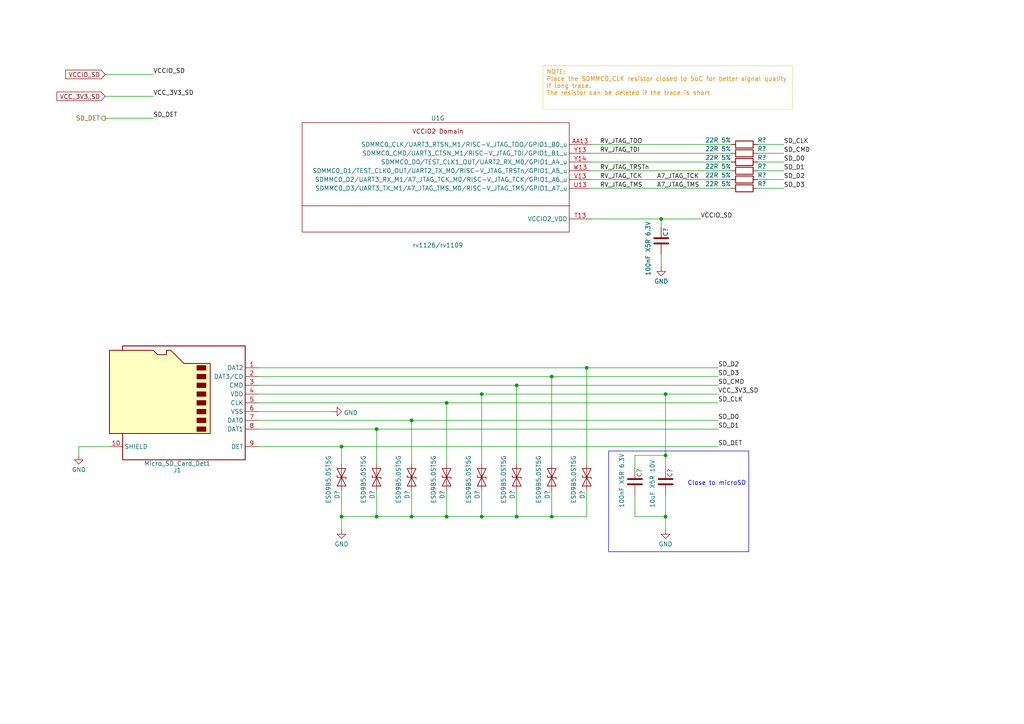
<source format=kicad_sch>
(kicad_sch (version 20230121) (generator eeschema)
  (paper "A4")
  (title_block (title "Leaf RV1126 RK809 SDCard") (date "2023-02-25") (rev "1") (company "Qingdao IotPi Information Technology"))
  (junction (at 160.02 149.86))
  (junction (at 139.7 114.3))
  (junction (at 193.04 132.08))
  (junction (at 99.06 149.86))
  (junction (at 149.86 149.86))
  (junction (at 109.22 124.46))
  (junction (at 139.7 149.86))
  (junction (at 119.38 149.86))
  (junction (at 129.54 149.86))
  (junction (at 193.04 149.86))
  (junction (at 170.18 106.68))
  (junction (at 191.77 63.5))
  (junction (at 109.22 149.86))
  (junction (at 119.38 121.92))
  (junction (at 129.54 116.84))
  (junction (at 160.02 109.22))
  (junction (at 193.04 114.3))
  (junction (at 149.86 111.76))
  (junction (at 99.06 129.54))
  (wire (pts (xy 219.71 49.53) (xy 227.33 49.53)))
  (wire (pts (xy 149.86 142.24) (xy 149.86 149.86)))
  (wire (pts (xy 170.18 106.68) (xy 170.18 134.62)))
  (wire (pts (xy 171.45 46.99) (xy 212.09 46.99)))
  (wire (pts (xy 99.06 149.86) (xy 99.06 153.67)))
  (wire (pts (xy 74.93 124.46) (xy 109.22 124.46)))
  (wire (pts (xy 160.02 109.22) (xy 160.02 134.62)))
  (wire (pts (xy 99.06 142.24) (xy 99.06 149.86)))
  (wire (pts (xy 74.93 116.84) (xy 129.54 116.84)))
  (wire (pts (xy 119.38 149.86) (xy 109.22 149.86)))
  (wire (pts (xy 99.06 129.54) (xy 99.06 134.62)))
  (wire (pts (xy 171.45 49.53) (xy 212.09 49.53)))
  (wire (pts (xy 74.93 119.38) (xy 96.52 119.38)))
  (wire (pts (xy 160.02 142.24) (xy 160.02 149.86)))
  (wire (pts (xy 171.45 52.07) (xy 212.09 52.07)))
  (wire (pts (xy 170.18 106.68) (xy 208.28 106.68)))
  (wire (pts (xy 219.71 44.45) (xy 227.33 44.45)))
  (wire (pts (xy 129.54 116.84) (xy 129.54 134.62)))
  (wire (pts (xy 129.54 116.84) (xy 208.28 116.84)))
  (wire (pts (xy 109.22 142.24) (xy 109.22 149.86)))
  (wire (pts (xy 129.54 142.24) (xy 129.54 149.86)))
  (wire (pts (xy 119.38 142.24) (xy 119.38 149.86)))
  (wire (pts (xy 31.75 129.54) (xy 22.86 129.54)))
  (wire (pts (xy 171.45 63.5) (xy 191.77 63.5)))
  (wire (pts (xy 193.04 149.86) (xy 193.04 153.67)))
  (wire (pts (xy 30.48 27.94) (xy 44.45 27.94)))
  (wire (pts (xy 149.86 149.86) (xy 139.7 149.86)))
  (wire (pts (xy 193.04 114.3) (xy 208.28 114.3)))
  (wire (pts (xy 109.22 149.86) (xy 99.06 149.86)))
  (wire (pts (xy 139.7 142.24) (xy 139.7 149.86)))
  (wire (pts (xy 193.04 114.3) (xy 193.04 132.08)))
  (wire (pts (xy 171.45 44.45) (xy 212.09 44.45)))
  (wire (pts (xy 109.22 124.46) (xy 208.28 124.46)))
  (wire (pts (xy 30.48 34.29) (xy 44.45 34.29)))
  (wire (pts (xy 74.93 106.68) (xy 170.18 106.68)))
  (wire (pts (xy 191.77 63.5) (xy 203.2 63.5)))
  (wire (pts (xy 74.93 111.76) (xy 149.86 111.76)))
  (wire (pts (xy 119.38 121.92) (xy 119.38 134.62)))
  (wire (pts (xy 184.15 132.08) (xy 193.04 132.08)))
  (wire (pts (xy 109.22 124.46) (xy 109.22 134.62)))
  (wire (pts (xy 171.45 54.61) (xy 212.09 54.61)))
  (wire (pts (xy 139.7 114.3) (xy 139.7 134.62)))
  (wire (pts (xy 139.7 114.3) (xy 193.04 114.3)))
  (wire (pts (xy 74.93 114.3) (xy 139.7 114.3)))
  (wire (pts (xy 219.71 46.99) (xy 227.33 46.99)))
  (wire (pts (xy 191.77 63.5) (xy 191.77 66.04)))
  (wire (pts (xy 184.15 143.51) (xy 184.15 149.86)))
  (wire (pts (xy 139.7 149.86) (xy 129.54 149.86)))
  (wire (pts (xy 191.77 73.66) (xy 191.77 77.47)))
  (wire (pts (xy 170.18 149.86) (xy 160.02 149.86)))
  (wire (pts (xy 74.93 109.22) (xy 160.02 109.22)))
  (wire (pts (xy 119.38 121.92) (xy 208.28 121.92)))
  (wire (pts (xy 193.04 132.08) (xy 193.04 135.89)))
  (wire (pts (xy 160.02 109.22) (xy 208.28 109.22)))
  (wire (pts (xy 74.93 121.92) (xy 119.38 121.92)))
  (wire (pts (xy 193.04 143.51) (xy 193.04 149.86)))
  (wire (pts (xy 219.71 52.07) (xy 227.33 52.07)))
  (wire (pts (xy 184.15 149.86) (xy 193.04 149.86)))
  (wire (pts (xy 22.86 129.54) (xy 22.86 132.08)))
  (wire (pts (xy 149.86 111.76) (xy 208.28 111.76)))
  (wire (pts (xy 171.45 41.91) (xy 212.09 41.91)))
  (wire (pts (xy 219.71 41.91) (xy 227.33 41.91)))
  (wire (pts (xy 219.71 54.61) (xy 227.33 54.61)))
  (wire (pts (xy 170.18 142.24) (xy 170.18 149.86)))
  (wire (pts (xy 184.15 135.89) (xy 184.15 132.08)))
  (wire (pts (xy 30.48 21.59) (xy 44.45 21.59)))
  (wire (pts (xy 99.06 129.54) (xy 208.28 129.54)))
  (wire (pts (xy 160.02 149.86) (xy 149.86 149.86)))
  (wire (pts (xy 74.93 129.54) (xy 99.06 129.54)))
  (wire (pts (xy 149.86 111.76) (xy 149.86 134.62)))
  (wire (pts (xy 129.54 149.86) (xy 119.38 149.86)))
  (rectangle (start 176.53 130.81) (end 217.17 160.02))
  (text_box "NOTE:\nPlace the SDMMC0_CLK resistor closed to SoC for better signal quality if long trace.\nThe resistor can be deleted if the trace is short" (at 157.48 19.05 0) (size 72.39 12.7) (stroke (width 0.0508) (color 194 194 0 1)) (effects (font (size 1.27 1.27)) (justify left top)))
  (text "Close to microSD" (at 199.39 140.97 0) (effects (font (size 1.27 1.27)) (justify left bottom)))
  (label "SD_CMD" (at 208.28 111.76 0))
  (label "SD_D2" (at 208.28 106.68 0))
  (label "VCC_3V3_SD" (at 208.28 114.3 0))
  (label "A7_JTAG_TMS" (at 190.5 54.61 0))
  (label "RV_JTAG_TRSTn" (at 173.99 49.53 0))
  (label "SD_D2" (at 227.33 52.07 0))
  (label "SD_D1" (at 227.33 49.53 0))
  (label "VCCIO_SD" (at 44.45 21.59 0))
  (label "SD_CLK" (at 208.28 116.84 0))
  (label "SD_D1" (at 208.28 124.46 0))
  (label "VCC_3V3_SD" (at 44.45 27.94 0))
  (label "SD_D3" (at 208.28 109.22 0))
  (label "RV_JTAG_TCK" (at 173.99 52.07 0))
  (label "RV_JTAG_TDI" (at 173.99 44.45 0))
  (label "SD_DET" (at 208.28 129.54 0))
  (label "RV_JTAG_TMS" (at 173.99 54.61 0))
  (label "SD_CMD" (at 227.33 44.45 0))
  (label "SD_DET" (at 44.45 34.29 0))
  (label "SD_D0" (at 227.33 46.99 0))
  (label "RV_JTAG_TDO" (at 173.99 41.91 0))
  (label "SD_D3" (at 227.33 54.61 0))
  (label "A7_JTAG_TCK" (at 190.5 52.07 0))
  (label "SD_CLK" (at 227.33 41.91 0))
  (label "VCCIO_SD" (at 203.2 63.5 0))
  (label "SD_D0" (at 208.28 121.92 0))
  (global_label "VCCIO_SD" (shape input) (at 30.48 21.59 180) (property "Intersheetrefs" "${INTERSHEET_REFS}" (effects hide)))
  (global_label "VCC_3V3_SD" (shape input) (at 30.48 27.94 180) (property "Intersheetrefs" "${INTERSHEET_REFS}" (effects hide)))
  (hierarchical_label "SD_DET" (shape output) (at 30.48 34.29 180))
  (symbol (lib_id "Device:C") (at 193.04 139.7 0) (unit 1)
    (property "Reference" "C?" (at 194.31 138.43 90) (effects (justify left)))
    (property "Value" "10uF X5R 10V" (at 189.23 147.32 90) (effects (justify left)))
    (property "Footprint" "Capacitor_SMD:C_0402_1005Metric" (effects hide))
    (property "Description" "容值: 10uF 精度: ±20% 额定电压: 10V 材质(温度系数): X5R 材质:X5R" (effects hide))
    (property "LCSC" "C77000" (effects hide))
    (property "Model" "GRM155R61A106ME44D" (effects hide))
    (property "Vendor" "muRata(村田)" (effects hide))
    (instances (project "leaf" (path "" (reference "C?") (unit 1)) (path "" (reference "C?") (unit 1)) (path "" (reference "C?") (unit 1)) (path "" (reference "C?") (unit 1)) (path "" (reference "C10") (unit 1))))
  )
  (symbol (lib_id "Diode:ESD9B5.0ST5G") (at 119.38 138.43 270) (unit 1)
    (property "Reference" "D?" (at 118.11 144.78 0) (effects (justify right)))
    (property "Value" "ESD9B5.0ST5G" (at 115.57 146.05 0) (effects (justify right)))
    (property "Footprint" "Diode_SMD:D_SOD-923" (effects hide))
    (property "Datasheet" "https://www.onsemi.com/pub/Collateral/ESD9B-D.PDF" (effects hide))
    (instances (project "leaf" (path "" (reference "D?") (unit 1)) (path "" (reference "D3") (unit 1))))
  )
  (symbol (lib_id "Diode:ESD9B5.0ST5G") (at 99.06 138.43 270) (unit 1)
    (property "Reference" "D?" (at 97.79 144.78 0) (effects (justify right)))
    (property "Value" "ESD9B5.0ST5G" (at 95.25 146.05 0) (effects (justify right)))
    (property "Footprint" "Diode_SMD:D_SOD-923" (effects hide))
    (property "Datasheet" "https://www.onsemi.com/pub/Collateral/ESD9B-D.PDF" (effects hide))
    (instances (project "leaf" (path "" (reference "D?") (unit 1)) (path "" (reference "D1") (unit 1))))
  )
  (symbol (lib_id "Device:C") (at 191.77 69.85 0) (unit 1)
    (property "Reference" "C?" (at 193.04 68.58 90) (effects (justify left)))
    (property "Value" "100nF X5R 6.3V" (at 187.96 80.01 90) (effects (justify left)))
    (property "Footprint" "Capacitor_SMD:C_0201_0603Metric" (effects hide))
    (property "Description" "容值: 100nF 精度: ±10% 额定电压: 6.3V 材质(温度系数): X5R 材质:X5R" (effects hide))
    (property "LCSC" "C76928" (effects hide))
    (property "Model" "GRM033R60J104KE19D" (effects hide))
    (property "Vendor" "muRata(村田)" (effects hide))
    (instances (project "leaf" (path "" (reference "C?") (unit 1)) (path "" (reference "C?") (unit 1)) (path "" (reference "C?") (unit 1)) (path "" (reference "C?") (unit 1)) (path "" (reference "C9") (unit 1))))
  )
  (symbol (lib_id "power:GND") (at 193.04 153.67 0) (unit 1)
    (property "Reference" "#PWR08" (effects hide))
    (property "Value" "GND" (at 193.04 157.8055 0))
  )
  (symbol (lib_id "power:GND") (at 96.52 119.38 90) (unit 1)
    (property "Reference" "#PWR05" (effects hide))
    (property "Value" "GND" (at 99.695 119.6968 90) (effects (justify right)))
  )
  (symbol (lib_id "Diode:ESD9B5.0ST5G") (at 139.7 138.43 270) (unit 1)
    (property "Reference" "D?" (at 138.43 144.78 0) (effects (justify right)))
    (property "Value" "ESD9B5.0ST5G" (at 135.89 146.05 0) (effects (justify right)))
    (property "Footprint" "Diode_SMD:D_SOD-923" (effects hide))
    (property "Datasheet" "https://www.onsemi.com/pub/Collateral/ESD9B-D.PDF" (effects hide))
    (instances (project "leaf" (path "" (reference "D?") (unit 1)) (path "" (reference "D5") (unit 1))))
  )
  (symbol (lib_id "Diode:ESD9B5.0ST5G") (at 129.54 138.43 270) (unit 1)
    (property "Reference" "D?" (at 128.27 144.78 0) (effects (justify right)))
    (property "Value" "ESD9B5.0ST5G" (at 125.73 146.05 0) (effects (justify right)))
    (property "Footprint" "Diode_SMD:D_SOD-923" (effects hide))
    (property "Datasheet" "https://www.onsemi.com/pub/Collateral/ESD9B-D.PDF" (effects hide))
    (instances (project "leaf" (path "" (reference "D?") (unit 1)) (path "" (reference "D4") (unit 1))))
  )
  (symbol (lib_id "Device:C") (at 184.15 139.7 0) (unit 1)
    (property "Reference" "C?" (at 185.42 138.43 90) (effects (justify left)))
    (property "Value" "100nF X5R 6.3V" (at 180.34 147.32 90) (effects (justify left)))
    (property "Footprint" "Capacitor_SMD:C_0201_0603Metric" (effects hide))
    (property "Description" "容值: 100nF 精度: ±10% 额定电压: 6.3V 材质(温度系数): X5R 材质:X5R" (effects hide))
    (property "LCSC" "C76928" (effects hide))
    (property "Model" "GRM033R60J104KE19D" (effects hide))
    (property "Vendor" "muRata(村田)" (effects hide))
    (instances (project "leaf" (path "" (reference "C?") (unit 1)) (path "" (reference "C?") (unit 1)) (path "" (reference "C?") (unit 1)) (path "" (reference "C?") (unit 1)) (path "" (reference "C8") (unit 1))))
  )
  (symbol (lib_id "Connector:Micro_SD_Card_Det1") (at 52.07 116.84 0) (mirror y) (unit 1)
    (property "Reference" "J1" (at 51.435 136.3599 0))
    (property "Value" "Micro_SD_Card_Det1" (at 51.435 134.4389 0))
    (property "Footprint" "Leaf_Connector:microSD" (effects hide))
    (property "Description" "MicroSD卡(TF卡),卡连接方式:拔插式,工作温度范围:-25℃~+85℃,本体最大高度:1.7mm,焊接温度(最大值):260℃,触头材质:C5191,触头镀层:金,连接器类型:卡座" (effects hide))
    (property "LCSC" "C2982548" (effects hide))
    (property "Model" "TF-123-ARP9H17" (effects hide))
    (property "Vendor" "XUNPU(讯普)" (effects hide))
  )
  (symbol (lib_id "Diode:ESD9B5.0ST5G") (at 149.86 138.43 270) (unit 1)
    (property "Reference" "D?" (at 148.59 144.78 0) (effects (justify right)))
    (property "Value" "ESD9B5.0ST5G" (at 146.05 146.05 0) (effects (justify right)))
    (property "Footprint" "Diode_SMD:D_SOD-923" (effects hide))
    (property "Datasheet" "https://www.onsemi.com/pub/Collateral/ESD9B-D.PDF" (effects hide))
    (instances (project "leaf" (path "" (reference "D?") (unit 1)) (path "" (reference "D6") (unit 1))))
  )
  (symbol (lib_id "Diode:ESD9B5.0ST5G") (at 170.18 138.43 270) (unit 1)
    (property "Reference" "D?" (at 168.91 144.78 0) (effects (justify right)))
    (property "Value" "ESD9B5.0ST5G" (at 166.37 146.05 0) (effects (justify right)))
    (property "Footprint" "Diode_SMD:D_SOD-923" (effects hide))
    (property "Datasheet" "https://www.onsemi.com/pub/Collateral/ESD9B-D.PDF" (effects hide))
    (instances (project "leaf" (path "" (reference "D?") (unit 1)) (path "" (reference "D8") (unit 1))))
  )
  (symbol (lib_id "Device:R") (at 215.9 54.61 90) (unit 1)
    (property "Reference" "R?" (at 220.98 53.34 90))
    (property "Value" "22R 5%" (at 208.28 53.34 90))
    (property "Footprint" "Resistor_SMD:R_0402_1005Metric" (effects hide))
    (property "Description" "电阻类型: 厚膜电阻 阻值: 22.1Ω 精度: ±1% 功率: 1/16W 温度系数: ±100ppm/℃ 最大工作电压: 50V 工作温度" (effects hide))
    (property "LCSC" "C59651" (effects hide))
    (property "Model" "0402WGF221JTCE" (effects hide))
    (property "Vendor" "UNI-ROYAL(厚声)" (effects hide))
    (instances (project "leaf" (path "" (reference "R?") (unit 1)) (path "" (reference "R7") (unit 1))))
  )
  (symbol (lib_id "CPU_Rockchip:rv1126_rv1109") (at 127 59.69 0) (unit 7)
    (property "Reference" "U1" (at 127 34.29 0))
    (property "Value" "rv1126/rv1109" (at 127 71.12 0))
    (property "Footprint" "Rockchip_SoC:Rockchip_RV1126_FCCSP409LD_14.0x14.0mm" (effects hide))
  )
  (symbol (lib_id "Device:R") (at 215.9 46.99 90) (unit 1)
    (property "Reference" "R?" (at 220.98 45.72 90))
    (property "Value" "22R 5%" (at 208.28 45.72 90))
    (property "Footprint" "Resistor_SMD:R_0402_1005Metric" (effects hide))
    (property "Description" "电阻类型: 厚膜电阻 阻值: 22.1Ω 精度: ±1% 功率: 1/16W 温度系数: ±100ppm/℃ 最大工作电压: 50V 工作温度" (effects hide))
    (property "LCSC" "C59651" (effects hide))
    (property "Model" "0402WGF221JTCE" (effects hide))
    (property "Vendor" "UNI-ROYAL(厚声)" (effects hide))
    (instances (project "leaf" (path "" (reference "R?") (unit 1)) (path "" (reference "R4") (unit 1))))
  )
  (symbol (lib_id "Diode:ESD9B5.0ST5G") (at 160.02 138.43 270) (unit 1)
    (property "Reference" "D?" (at 158.75 144.78 0) (effects (justify right)))
    (property "Value" "ESD9B5.0ST5G" (at 156.21 146.05 0) (effects (justify right)))
    (property "Footprint" "Diode_SMD:D_SOD-923" (effects hide))
    (property "Datasheet" "https://www.onsemi.com/pub/Collateral/ESD9B-D.PDF" (effects hide))
    (instances (project "leaf" (path "" (reference "D?") (unit 1)) (path "" (reference "D7") (unit 1))))
  )
  (symbol (lib_id "Diode:ESD9B5.0ST5G") (at 109.22 138.43 270) (unit 1)
    (property "Reference" "D?" (at 107.95 144.78 0) (effects (justify right)))
    (property "Value" "ESD9B5.0ST5G" (at 105.41 146.05 0) (effects (justify right)))
    (property "Footprint" "Diode_SMD:D_SOD-923" (effects hide))
    (property "Datasheet" "https://www.onsemi.com/pub/Collateral/ESD9B-D.PDF" (effects hide))
    (instances (project "leaf" (path "" (reference "D?") (unit 1)) (path "" (reference "D2") (unit 1))))
  )
  (symbol (lib_id "Device:R") (at 215.9 52.07 90) (unit 1)
    (property "Reference" "R?" (at 220.98 50.8 90))
    (property "Value" "22R 5%" (at 208.28 50.8 90))
    (property "Footprint" "Resistor_SMD:R_0402_1005Metric" (effects hide))
    (property "Description" "电阻类型: 厚膜电阻 阻值: 22.1Ω 精度: ±1% 功率: 1/16W 温度系数: ±100ppm/℃ 最大工作电压: 50V 工作温度" (effects hide))
    (property "LCSC" "C59651" (effects hide))
    (property "Model" "0402WGF221JTCE" (effects hide))
    (property "Vendor" "UNI-ROYAL(厚声)" (effects hide))
    (instances (project "leaf" (path "" (reference "R?") (unit 1)) (path "" (reference "R6") (unit 1))))
  )
  (symbol (lib_id "Device:R") (at 215.9 44.45 90) (unit 1)
    (property "Reference" "R?" (at 220.98 43.18 90))
    (property "Value" "22R 5%" (at 208.28 43.18 90))
    (property "Footprint" "Resistor_SMD:R_0402_1005Metric" (effects hide))
    (property "Description" "电阻类型: 厚膜电阻 阻值: 22.1Ω 精度: ±1% 功率: 1/16W 温度系数: ±100ppm/℃ 最大工作电压: 50V 工作温度" (effects hide))
    (property "LCSC" "C59651" (effects hide))
    (property "Model" "0402WGF221JTCE" (effects hide))
    (property "Vendor" "UNI-ROYAL(厚声)" (effects hide))
    (instances (project "leaf" (path "" (reference "R?") (unit 1)) (path "" (reference "R3") (unit 1))))
  )
  (symbol (lib_id "power:GND") (at 99.06 153.67 0) (unit 1)
    (property "Reference" "#PWR06" (effects hide))
    (property "Value" "GND" (at 99.06 157.8055 0))
  )
  (symbol (lib_id "power:GND") (at 22.86 132.08 0) (unit 1)
    (property "Reference" "#PWR04" (effects hide))
    (property "Value" "GND" (at 22.86 136.2155 0))
  )
  (symbol (lib_id "Device:R") (at 215.9 49.53 90) (unit 1)
    (property "Reference" "R?" (at 220.98 48.26 90))
    (property "Value" "22R 5%" (at 208.28 48.26 90))
    (property "Footprint" "Resistor_SMD:R_0402_1005Metric" (effects hide))
    (property "Description" "电阻类型: 厚膜电阻 阻值: 22.1Ω 精度: ±1% 功率: 1/16W 温度系数: ±100ppm/℃ 最大工作电压: 50V 工作温度" (effects hide))
    (property "LCSC" "C59651" (effects hide))
    (property "Model" "0402WGF221JTCE" (effects hide))
    (property "Vendor" "UNI-ROYAL(厚声)" (effects hide))
    (instances (project "leaf" (path "" (reference "R?") (unit 1)) (path "" (reference "R5") (unit 1))))
  )
  (symbol (lib_id "power:GND") (at 191.77 77.47 0) (unit 1)
    (property "Reference" "#PWR07" (effects hide))
    (property "Value" "GND" (at 191.77 81.6055 0))
  )
  (symbol (lib_id "Device:R") (at 215.9 41.91 90) (unit 1)
    (property "Reference" "R?" (at 220.98 40.64 90))
    (property "Value" "22R 5%" (at 208.28 40.64 90))
    (property "Footprint" "Resistor_SMD:R_0402_1005Metric" (effects hide))
    (property "Description" "电阻类型: 厚膜电阻 阻值: 22.1Ω 精度: ±1% 功率: 1/16W 温度系数: ±100ppm/℃ 最大工作电压: 50V 工作温度" (effects hide))
    (property "LCSC" "C59651" (effects hide))
    (property "Model" "0402WGF221JTCE" (effects hide))
    (property "Vendor" "UNI-ROYAL(厚声)" (effects hide))
    (instances (project "leaf" (path "" (reference "R?") (unit 1)) (path "" (reference "R2") (unit 1))))
  )
)
</source>
